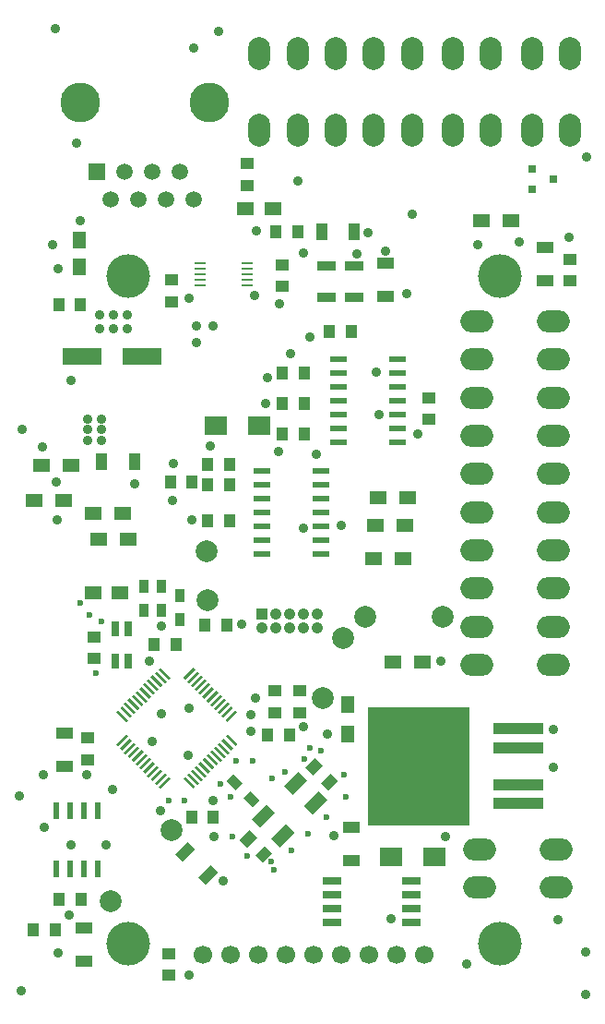
<source format=gbr>
G04 #@! TF.FileFunction,Soldermask,Bot*
%FSLAX46Y46*%
G04 Gerber Fmt 4.6, Leading zero omitted, Abs format (unit mm)*
G04 Created by KiCad (PCBNEW 4.0.2-4+6225~38~ubuntu15.04.1-stable) date Mi 16 Mär 2016 01:27:49 CET*
%MOMM*%
G01*
G04 APERTURE LIST*
%ADD10C,0.150000*%
%ADD11R,1.100000X0.250000*%
%ADD12R,1.500000X1.250000*%
%ADD13C,1.700000*%
%ADD14C,4.000000*%
%ADD15R,1.000000X1.250000*%
%ADD16C,3.649980*%
%ADD17R,1.501140X1.501140*%
%ADD18C,1.501140*%
%ADD19R,1.250000X1.000000*%
%ADD20R,1.500000X1.300000*%
%ADD21R,1.300000X1.500000*%
%ADD22R,1.500000X0.600000*%
%ADD23R,1.700000X0.900000*%
%ADD24R,1.050000X1.050000*%
%ADD25C,1.050000*%
%ADD26R,1.250000X1.500000*%
%ADD27C,0.050000*%
%ADD28R,0.800100X0.800100*%
%ADD29O,2.000000X3.014980*%
%ADD30O,3.014980X2.000000*%
%ADD31R,2.000000X1.700000*%
%ADD32R,3.599180X1.600200*%
%ADD33R,1.600000X1.000000*%
%ADD34R,1.000000X1.600000*%
%ADD35R,1.700000X0.650000*%
%ADD36R,0.800000X1.400000*%
%ADD37R,0.600000X1.550000*%
%ADD38R,0.900000X1.200000*%
%ADD39R,4.600000X1.100000*%
%ADD40R,9.400000X10.800000*%
%ADD41C,2.000000*%
%ADD42C,0.889000*%
%ADD43C,0.600000*%
G04 APERTURE END LIST*
D10*
D11*
X22850000Y-23750000D03*
X22850000Y-24250000D03*
X22850000Y-24750000D03*
X22850000Y-25250000D03*
X22850000Y-25750000D03*
X18550000Y-25750000D03*
X18550000Y-25250000D03*
X18550000Y-24750000D03*
X18550000Y-24250000D03*
X18550000Y-23750000D03*
D12*
X11196000Y-53975000D03*
X8696000Y-53975000D03*
D13*
X39160000Y-87100000D03*
X36620000Y-87100000D03*
X34080000Y-87100000D03*
X31540000Y-87100000D03*
X29000000Y-87100000D03*
X26460000Y-87100000D03*
X23920000Y-87100000D03*
X21380000Y-87100000D03*
D14*
X46050000Y-86100000D03*
X11950000Y-86100000D03*
X46050000Y-24900000D03*
X11950000Y-24900000D03*
D13*
X18840000Y-87100000D03*
D15*
X15803000Y-43799000D03*
X17803000Y-43799000D03*
D16*
X19438520Y-9000000D03*
X7569100Y-9000000D03*
D17*
X9055000Y-15350000D03*
D18*
X10325000Y-17890000D03*
X11595000Y-15350000D03*
X12865000Y-17890000D03*
X14135000Y-15350000D03*
X15405000Y-17890000D03*
X16675000Y-15350000D03*
X17945000Y-17890000D03*
D15*
X21232000Y-42148000D03*
X19232000Y-42148000D03*
D10*
G36*
X27065756Y-72459820D02*
X26287939Y-71682003D01*
X27631442Y-70338500D01*
X28409259Y-71116317D01*
X27065756Y-72459820D01*
X27065756Y-72459820D01*
G37*
G36*
X25844442Y-77273238D02*
X25066625Y-76495421D01*
X26410128Y-75151918D01*
X27187945Y-75929735D01*
X25844442Y-77273238D01*
X25844442Y-77273238D01*
G37*
G36*
X24048390Y-75477186D02*
X23270573Y-74699369D01*
X24614076Y-73355866D01*
X25391893Y-74133683D01*
X24048390Y-75477186D01*
X24048390Y-75477186D01*
G37*
G36*
X28861808Y-74255872D02*
X28083991Y-73478055D01*
X29427494Y-72134552D01*
X30205311Y-72912369D01*
X28861808Y-74255872D01*
X28861808Y-74255872D01*
G37*
G36*
X21979112Y-67854859D02*
X21802335Y-68031636D01*
X20883096Y-67112397D01*
X21059873Y-66935620D01*
X21979112Y-67854859D01*
X21979112Y-67854859D01*
G37*
G36*
X21625559Y-68208412D02*
X21448782Y-68385189D01*
X20529543Y-67465950D01*
X20706320Y-67289173D01*
X21625559Y-68208412D01*
X21625559Y-68208412D01*
G37*
G36*
X21272005Y-68561966D02*
X21095228Y-68738743D01*
X20175989Y-67819504D01*
X20352766Y-67642727D01*
X21272005Y-68561966D01*
X21272005Y-68561966D01*
G37*
G36*
X20918452Y-68915519D02*
X20741675Y-69092296D01*
X19822436Y-68173057D01*
X19999213Y-67996280D01*
X20918452Y-68915519D01*
X20918452Y-68915519D01*
G37*
G36*
X20564899Y-69269072D02*
X20388122Y-69445849D01*
X19468883Y-68526610D01*
X19645660Y-68349833D01*
X20564899Y-69269072D01*
X20564899Y-69269072D01*
G37*
G36*
X20211345Y-69622626D02*
X20034568Y-69799403D01*
X19115329Y-68880164D01*
X19292106Y-68703387D01*
X20211345Y-69622626D01*
X20211345Y-69622626D01*
G37*
G36*
X19857792Y-69976179D02*
X19681015Y-70152956D01*
X18761776Y-69233717D01*
X18938553Y-69056940D01*
X19857792Y-69976179D01*
X19857792Y-69976179D01*
G37*
G36*
X19504238Y-70329733D02*
X19327461Y-70506510D01*
X18408222Y-69587271D01*
X18584999Y-69410494D01*
X19504238Y-70329733D01*
X19504238Y-70329733D01*
G37*
G36*
X19150685Y-70683286D02*
X18973908Y-70860063D01*
X18054669Y-69940824D01*
X18231446Y-69764047D01*
X19150685Y-70683286D01*
X19150685Y-70683286D01*
G37*
G36*
X18797132Y-71036839D02*
X18620355Y-71213616D01*
X17701116Y-70294377D01*
X17877893Y-70117600D01*
X18797132Y-71036839D01*
X18797132Y-71036839D01*
G37*
G36*
X18443578Y-71390393D02*
X18266801Y-71567170D01*
X17347562Y-70647931D01*
X17524339Y-70471154D01*
X18443578Y-71390393D01*
X18443578Y-71390393D01*
G37*
G36*
X18090025Y-71743946D02*
X17913248Y-71920723D01*
X16994009Y-71001484D01*
X17170786Y-70824707D01*
X18090025Y-71743946D01*
X18090025Y-71743946D01*
G37*
G36*
X14908044Y-71920723D02*
X14731267Y-71743946D01*
X15650506Y-70824707D01*
X15827283Y-71001484D01*
X14908044Y-71920723D01*
X14908044Y-71920723D01*
G37*
G36*
X14554491Y-71567170D02*
X14377714Y-71390393D01*
X15296953Y-70471154D01*
X15473730Y-70647931D01*
X14554491Y-71567170D01*
X14554491Y-71567170D01*
G37*
G36*
X14200937Y-71213616D02*
X14024160Y-71036839D01*
X14943399Y-70117600D01*
X15120176Y-70294377D01*
X14200937Y-71213616D01*
X14200937Y-71213616D01*
G37*
G36*
X13847384Y-70860063D02*
X13670607Y-70683286D01*
X14589846Y-69764047D01*
X14766623Y-69940824D01*
X13847384Y-70860063D01*
X13847384Y-70860063D01*
G37*
G36*
X13493831Y-70506510D02*
X13317054Y-70329733D01*
X14236293Y-69410494D01*
X14413070Y-69587271D01*
X13493831Y-70506510D01*
X13493831Y-70506510D01*
G37*
G36*
X13140277Y-70152956D02*
X12963500Y-69976179D01*
X13882739Y-69056940D01*
X14059516Y-69233717D01*
X13140277Y-70152956D01*
X13140277Y-70152956D01*
G37*
G36*
X12786724Y-69799403D02*
X12609947Y-69622626D01*
X13529186Y-68703387D01*
X13705963Y-68880164D01*
X12786724Y-69799403D01*
X12786724Y-69799403D01*
G37*
G36*
X12433170Y-69445849D02*
X12256393Y-69269072D01*
X13175632Y-68349833D01*
X13352409Y-68526610D01*
X12433170Y-69445849D01*
X12433170Y-69445849D01*
G37*
G36*
X12079617Y-69092296D02*
X11902840Y-68915519D01*
X12822079Y-67996280D01*
X12998856Y-68173057D01*
X12079617Y-69092296D01*
X12079617Y-69092296D01*
G37*
G36*
X11726064Y-68738743D02*
X11549287Y-68561966D01*
X12468526Y-67642727D01*
X12645303Y-67819504D01*
X11726064Y-68738743D01*
X11726064Y-68738743D01*
G37*
G36*
X11372510Y-68385189D02*
X11195733Y-68208412D01*
X12114972Y-67289173D01*
X12291749Y-67465950D01*
X11372510Y-68385189D01*
X11372510Y-68385189D01*
G37*
G36*
X11018957Y-68031636D02*
X10842180Y-67854859D01*
X11761419Y-66935620D01*
X11938196Y-67112397D01*
X11018957Y-68031636D01*
X11018957Y-68031636D01*
G37*
G36*
X11938196Y-65592117D02*
X11761419Y-65768894D01*
X10842180Y-64849655D01*
X11018957Y-64672878D01*
X11938196Y-65592117D01*
X11938196Y-65592117D01*
G37*
G36*
X12291749Y-65238564D02*
X12114972Y-65415341D01*
X11195733Y-64496102D01*
X11372510Y-64319325D01*
X12291749Y-65238564D01*
X12291749Y-65238564D01*
G37*
G36*
X12645303Y-64885010D02*
X12468526Y-65061787D01*
X11549287Y-64142548D01*
X11726064Y-63965771D01*
X12645303Y-64885010D01*
X12645303Y-64885010D01*
G37*
G36*
X12998856Y-64531457D02*
X12822079Y-64708234D01*
X11902840Y-63788995D01*
X12079617Y-63612218D01*
X12998856Y-64531457D01*
X12998856Y-64531457D01*
G37*
G36*
X13352409Y-64177904D02*
X13175632Y-64354681D01*
X12256393Y-63435442D01*
X12433170Y-63258665D01*
X13352409Y-64177904D01*
X13352409Y-64177904D01*
G37*
G36*
X13705963Y-63824350D02*
X13529186Y-64001127D01*
X12609947Y-63081888D01*
X12786724Y-62905111D01*
X13705963Y-63824350D01*
X13705963Y-63824350D01*
G37*
G36*
X14059516Y-63470797D02*
X13882739Y-63647574D01*
X12963500Y-62728335D01*
X13140277Y-62551558D01*
X14059516Y-63470797D01*
X14059516Y-63470797D01*
G37*
G36*
X14413070Y-63117243D02*
X14236293Y-63294020D01*
X13317054Y-62374781D01*
X13493831Y-62198004D01*
X14413070Y-63117243D01*
X14413070Y-63117243D01*
G37*
G36*
X14766623Y-62763690D02*
X14589846Y-62940467D01*
X13670607Y-62021228D01*
X13847384Y-61844451D01*
X14766623Y-62763690D01*
X14766623Y-62763690D01*
G37*
G36*
X15120176Y-62410137D02*
X14943399Y-62586914D01*
X14024160Y-61667675D01*
X14200937Y-61490898D01*
X15120176Y-62410137D01*
X15120176Y-62410137D01*
G37*
G36*
X15473730Y-62056583D02*
X15296953Y-62233360D01*
X14377714Y-61314121D01*
X14554491Y-61137344D01*
X15473730Y-62056583D01*
X15473730Y-62056583D01*
G37*
G36*
X15827283Y-61703030D02*
X15650506Y-61879807D01*
X14731267Y-60960568D01*
X14908044Y-60783791D01*
X15827283Y-61703030D01*
X15827283Y-61703030D01*
G37*
G36*
X17170786Y-61879807D02*
X16994009Y-61703030D01*
X17913248Y-60783791D01*
X18090025Y-60960568D01*
X17170786Y-61879807D01*
X17170786Y-61879807D01*
G37*
G36*
X17524339Y-62233360D02*
X17347562Y-62056583D01*
X18266801Y-61137344D01*
X18443578Y-61314121D01*
X17524339Y-62233360D01*
X17524339Y-62233360D01*
G37*
G36*
X17877893Y-62586914D02*
X17701116Y-62410137D01*
X18620355Y-61490898D01*
X18797132Y-61667675D01*
X17877893Y-62586914D01*
X17877893Y-62586914D01*
G37*
G36*
X18231446Y-62940467D02*
X18054669Y-62763690D01*
X18973908Y-61844451D01*
X19150685Y-62021228D01*
X18231446Y-62940467D01*
X18231446Y-62940467D01*
G37*
G36*
X18584999Y-63294020D02*
X18408222Y-63117243D01*
X19327461Y-62198004D01*
X19504238Y-62374781D01*
X18584999Y-63294020D01*
X18584999Y-63294020D01*
G37*
G36*
X18938553Y-63647574D02*
X18761776Y-63470797D01*
X19681015Y-62551558D01*
X19857792Y-62728335D01*
X18938553Y-63647574D01*
X18938553Y-63647574D01*
G37*
G36*
X19292106Y-64001127D02*
X19115329Y-63824350D01*
X20034568Y-62905111D01*
X20211345Y-63081888D01*
X19292106Y-64001127D01*
X19292106Y-64001127D01*
G37*
G36*
X19645660Y-64354681D02*
X19468883Y-64177904D01*
X20388122Y-63258665D01*
X20564899Y-63435442D01*
X19645660Y-64354681D01*
X19645660Y-64354681D01*
G37*
G36*
X19999213Y-64708234D02*
X19822436Y-64531457D01*
X20741675Y-63612218D01*
X20918452Y-63788995D01*
X19999213Y-64708234D01*
X19999213Y-64708234D01*
G37*
G36*
X20352766Y-65061787D02*
X20175989Y-64885010D01*
X21095228Y-63965771D01*
X21272005Y-64142548D01*
X20352766Y-65061787D01*
X20352766Y-65061787D01*
G37*
G36*
X20706320Y-65415341D02*
X20529543Y-65238564D01*
X21448782Y-64319325D01*
X21625559Y-64496102D01*
X20706320Y-65415341D01*
X20706320Y-65415341D01*
G37*
G36*
X21059873Y-65768894D02*
X20883096Y-65592117D01*
X21802335Y-64672878D01*
X21979112Y-64849655D01*
X21059873Y-65768894D01*
X21059873Y-65768894D01*
G37*
D15*
X32408000Y-29956000D03*
X30408000Y-29956000D03*
D19*
X39536000Y-36068000D03*
X39536000Y-38068000D03*
D15*
X28090000Y-36560000D03*
X26090000Y-36560000D03*
X21232000Y-44053000D03*
X19232000Y-44053000D03*
D19*
X22835500Y-14605000D03*
X22835500Y-16605000D03*
D10*
G36*
X28207805Y-69981199D02*
X29091688Y-69097316D01*
X29798795Y-69804423D01*
X28914912Y-70688306D01*
X28207805Y-69981199D01*
X28207805Y-69981199D01*
G37*
G36*
X29622019Y-71395413D02*
X30505902Y-70511530D01*
X31213009Y-71218637D01*
X30329126Y-72102520D01*
X29622019Y-71395413D01*
X29622019Y-71395413D01*
G37*
G36*
X25187256Y-77837086D02*
X24303373Y-78720969D01*
X23596266Y-78013862D01*
X24480149Y-77129979D01*
X25187256Y-77837086D01*
X25187256Y-77837086D01*
G37*
G36*
X23773042Y-76422872D02*
X22889159Y-77306755D01*
X22182052Y-76599648D01*
X23065935Y-75715765D01*
X23773042Y-76422872D01*
X23773042Y-76422872D01*
G37*
D15*
X17750000Y-74500000D03*
X19750000Y-74500000D03*
D19*
X25439000Y-64928500D03*
X25439000Y-62928500D03*
X8250000Y-67250000D03*
X8250000Y-69250000D03*
D15*
X24750000Y-67000000D03*
X26750000Y-67000000D03*
X16342500Y-58721500D03*
X14342500Y-58721500D03*
D10*
G36*
X20996945Y-71215738D02*
X21633341Y-70579342D01*
X22481869Y-71427870D01*
X21845473Y-72064266D01*
X20996945Y-71215738D01*
X20996945Y-71215738D01*
G37*
G36*
X22552579Y-72771372D02*
X23188975Y-72134976D01*
X24037503Y-72983504D01*
X23401107Y-73619900D01*
X22552579Y-72771372D01*
X22552579Y-72771372D01*
G37*
D15*
X5579500Y-27543000D03*
X7579500Y-27543000D03*
D20*
X36281000Y-60309000D03*
X38981000Y-60309000D03*
X44409000Y-19796000D03*
X47109000Y-19796000D03*
D21*
X32093800Y-64216800D03*
X32093800Y-66916800D03*
D22*
X24263000Y-50403000D03*
X24263000Y-49133000D03*
X24263000Y-47863000D03*
X24263000Y-46593000D03*
X24263000Y-45323000D03*
X24263000Y-44053000D03*
X24263000Y-42783000D03*
X29663000Y-42783000D03*
X29663000Y-44053000D03*
X29663000Y-45323000D03*
X29663000Y-46593000D03*
X29663000Y-47863000D03*
X29663000Y-49133000D03*
X29663000Y-50403000D03*
D19*
X27725000Y-64928500D03*
X27725000Y-62928500D03*
X15914000Y-25273000D03*
X15914000Y-27273000D03*
D15*
X19232000Y-47355000D03*
X21232000Y-47355000D03*
X26090000Y-39354000D03*
X28090000Y-39354000D03*
D12*
X22728500Y-18716500D03*
X25228500Y-18716500D03*
D23*
X30138000Y-23934000D03*
X30138000Y-26834000D03*
X32678000Y-26834000D03*
X32678000Y-23934000D03*
D20*
X6012800Y-45466000D03*
X3312800Y-45466000D03*
X6660500Y-42227500D03*
X3960500Y-42227500D03*
X8748400Y-46685200D03*
X11448400Y-46685200D03*
X37584000Y-45196000D03*
X34884000Y-45196000D03*
X37330000Y-47736000D03*
X34630000Y-47736000D03*
X37139500Y-50784000D03*
X34439500Y-50784000D03*
X9231000Y-49022000D03*
X11931000Y-49022000D03*
D22*
X31248000Y-40116000D03*
X31248000Y-38846000D03*
X31248000Y-37576000D03*
X31248000Y-36306000D03*
X31248000Y-35036000D03*
X31248000Y-33766000D03*
X31248000Y-32496000D03*
X36648000Y-32496000D03*
X36648000Y-33766000D03*
X36648000Y-35036000D03*
X36648000Y-36306000D03*
X36648000Y-37576000D03*
X36648000Y-38846000D03*
X36648000Y-40116000D03*
D24*
X24232500Y-55927500D03*
D25*
X25502500Y-55927500D03*
X26772500Y-55927500D03*
X28042500Y-55927500D03*
X29312500Y-55927500D03*
X25502500Y-57197500D03*
X26772500Y-57197500D03*
X28042500Y-57197500D03*
X29312500Y-57197500D03*
X24232500Y-57197500D03*
D26*
X7500000Y-24100000D03*
X7500000Y-21600000D03*
D27*
X19822157Y-70884657D03*
X20387843Y-71450343D03*
D28*
X48999240Y-16950000D03*
X48999240Y-15050000D03*
X50998220Y-16000000D03*
D29*
X38000000Y-4500000D03*
X34500000Y-4500000D03*
X31000000Y-4500000D03*
X27500000Y-4500000D03*
X24000000Y-4500000D03*
X38000000Y-11500000D03*
X34500000Y-11500000D03*
X31000000Y-11500000D03*
X24000000Y-11500000D03*
X27500000Y-11500000D03*
D30*
X51235000Y-80982000D03*
X51235000Y-77482000D03*
X44235000Y-77482000D03*
X44235000Y-80982000D03*
D29*
X45250000Y-4500000D03*
X41750000Y-4500000D03*
X41750000Y-11500000D03*
X45250000Y-11500000D03*
X52500000Y-4500000D03*
X49000000Y-4500000D03*
X49000000Y-11500000D03*
X52500000Y-11500000D03*
D30*
X43981000Y-60565000D03*
X50981000Y-60565000D03*
X50981000Y-57065000D03*
X43981000Y-57065000D03*
X50981000Y-29065000D03*
X43981000Y-29065000D03*
X50981000Y-53565000D03*
X43981000Y-53565000D03*
X50981000Y-50065000D03*
X43981000Y-50065000D03*
X50981000Y-46565000D03*
X50981000Y-43065000D03*
X50981000Y-39565000D03*
X50981000Y-36065000D03*
X50981000Y-32565000D03*
X43981000Y-46565000D03*
X43981000Y-43065000D03*
X43981000Y-39565000D03*
X43981000Y-32565000D03*
X43981000Y-36065000D03*
D19*
X52490000Y-25368000D03*
X52490000Y-23368000D03*
D15*
X7593200Y-82092800D03*
X5593200Y-82092800D03*
X25518500Y-20812000D03*
X27518500Y-20812000D03*
X26090000Y-33766000D03*
X28090000Y-33766000D03*
D19*
X26074000Y-25876000D03*
X26074000Y-23876000D03*
D31*
X24010000Y-38592000D03*
X20010000Y-38592000D03*
D10*
G36*
X16270101Y-77901472D02*
X17401472Y-76770101D01*
X18108579Y-77477208D01*
X16977208Y-78608579D01*
X16270101Y-77901472D01*
X16270101Y-77901472D01*
G37*
G36*
X18391421Y-80022792D02*
X19522792Y-78891421D01*
X20229899Y-79598528D01*
X19098528Y-80729899D01*
X18391421Y-80022792D01*
X18391421Y-80022792D01*
G37*
D32*
X7749180Y-32250000D03*
X13250820Y-32250000D03*
D15*
X18978000Y-56880000D03*
X20978000Y-56880000D03*
D33*
X35535500Y-23757000D03*
X35535500Y-26757000D03*
D34*
X32717500Y-20875500D03*
X29717500Y-20875500D03*
X12524500Y-41894000D03*
X9524500Y-41894000D03*
D33*
X6135000Y-66835400D03*
X6135000Y-69835400D03*
X50204000Y-25296500D03*
X50204000Y-22296500D03*
X7863200Y-84707600D03*
X7863200Y-87707600D03*
D35*
X37979000Y-80375000D03*
X37979000Y-81645000D03*
X37979000Y-82915000D03*
X37979000Y-84185000D03*
X30679000Y-84185000D03*
X30679000Y-82915000D03*
X30679000Y-81645000D03*
X30679000Y-80375000D03*
D33*
X32474800Y-75471400D03*
X32474800Y-78471400D03*
D31*
X36062800Y-78190600D03*
X40062800Y-78190600D03*
D19*
X8803000Y-57991500D03*
X8803000Y-59991500D03*
D36*
X11943000Y-60237500D03*
X10743000Y-57237500D03*
X10743000Y-60237500D03*
X11943000Y-57237500D03*
D19*
X15635600Y-87011000D03*
X15635600Y-89011000D03*
D37*
X9183000Y-79290400D03*
X7913000Y-79290400D03*
X6643000Y-79290400D03*
X5373000Y-79290400D03*
X5373000Y-73890400D03*
X6643000Y-73890400D03*
X7913000Y-73890400D03*
X9183000Y-73890400D03*
D38*
X16677000Y-56408500D03*
X16677000Y-54208500D03*
X13375000Y-53319500D03*
X13375000Y-55519500D03*
X15026000Y-55519500D03*
X15026000Y-53319500D03*
D15*
X5231000Y-84810600D03*
X3231000Y-84810600D03*
D39*
X47791000Y-73234000D03*
X47791000Y-71534000D03*
X47791000Y-68134000D03*
D40*
X38641000Y-69834000D03*
D39*
X47791000Y-66434000D03*
D41*
X31662000Y-58086500D03*
X29820500Y-63611000D03*
X19241400Y-54594000D03*
X19165200Y-50174400D03*
D42*
X8250000Y-38000000D03*
X8250000Y-39000000D03*
X8250000Y-40000000D03*
X9500000Y-39000000D03*
X9500000Y-40000000D03*
X9500000Y-38000000D03*
D41*
X40806000Y-56118000D03*
X33694000Y-56118000D03*
X10376800Y-82229200D03*
X15914000Y-75676000D03*
D42*
X23216500Y-65135000D03*
X23216500Y-66659000D03*
D43*
X20387843Y-71450343D03*
X21375000Y-72628000D03*
X21502000Y-76311000D03*
X22899000Y-78089000D03*
X26963000Y-77581000D03*
X25312000Y-79359000D03*
X28487000Y-76057000D03*
X30138000Y-74533000D03*
X31916000Y-72628000D03*
X31789000Y-70596000D03*
X29630000Y-68437000D03*
X28614000Y-68183000D03*
X26328000Y-70342000D03*
X25185000Y-70977000D03*
X23407000Y-69326000D03*
X21883000Y-69326000D03*
X25058000Y-78597000D03*
X28106000Y-69199000D03*
D42*
X9900000Y-77050000D03*
X10500000Y-72000000D03*
X38000000Y-19250000D03*
X27500000Y-16200000D03*
X4200000Y-70600000D03*
X4231000Y-75488800D03*
X1950000Y-72600000D03*
X6700000Y-34500000D03*
X2200000Y-39000000D03*
X37500000Y-26500000D03*
X47854500Y-21764500D03*
X44000000Y-22000000D03*
X54000000Y-14000000D03*
X51000000Y-66500000D03*
X53975000Y-86868000D03*
X53975000Y-90805000D03*
X43053000Y-88011000D03*
X51435000Y-83947000D03*
X2159000Y-90424000D03*
X6731000Y-77089000D03*
X17500000Y-64500000D03*
X41084500Y-76263500D03*
X17500000Y-89000000D03*
X6500000Y-83500000D03*
X5500000Y-87000000D03*
X5422900Y-47231300D03*
X4053200Y-40563800D03*
X5323200Y-43815000D03*
X14961500Y-57007000D03*
X17438000Y-68818000D03*
X15000000Y-65000000D03*
X36107000Y-83804000D03*
X30849200Y-76184000D03*
X20638400Y-80375000D03*
X14923400Y-73948800D03*
X34750000Y-33750000D03*
X5500000Y-24250000D03*
X29250000Y-41250000D03*
X28000000Y-66250000D03*
X28000000Y-22750000D03*
X23750000Y-20750000D03*
X19500000Y-40500000D03*
X18250000Y-31000000D03*
X19750000Y-29500000D03*
X18250000Y-29500000D03*
X12548500Y-43989500D03*
X16104500Y-42084500D03*
X22327500Y-56816500D03*
X33948000Y-20939000D03*
X35599000Y-22590000D03*
X24750000Y-34250000D03*
X25750000Y-41000000D03*
X16000000Y-45500000D03*
X17750000Y-47250000D03*
X31500000Y-47750000D03*
X28000000Y-48000000D03*
X40679000Y-60182000D03*
X23661000Y-63611000D03*
X30265000Y-66913000D03*
X19851000Y-76311000D03*
X19748500Y-73025000D03*
X52426500Y-21383500D03*
X34964000Y-37576000D03*
X38520000Y-39354000D03*
X24550000Y-36560000D03*
X28614000Y-30464000D03*
X26836000Y-31988000D03*
X32932000Y-22844000D03*
X13882000Y-60182000D03*
X8100000Y-70600000D03*
X23534000Y-26654000D03*
X25820000Y-27416000D03*
X14136000Y-67548000D03*
D43*
X17133200Y-72983600D03*
X15710800Y-72983600D03*
D42*
X11850000Y-29702000D03*
X11850000Y-28432000D03*
X10580000Y-29702000D03*
X9310000Y-28432000D03*
X9310000Y-29702000D03*
X10580000Y-28432000D03*
X7532000Y-19796000D03*
X5000000Y-22000000D03*
X7250000Y-12750000D03*
X5250000Y-2250000D03*
X20250000Y-2500000D03*
X18000000Y-4000000D03*
X17500000Y-26900000D03*
D43*
X9501500Y-56578500D03*
X8358500Y-55943500D03*
D42*
X50990500Y-69913500D03*
D43*
X8955400Y-61341000D03*
X7533000Y-54864000D03*
M02*

</source>
